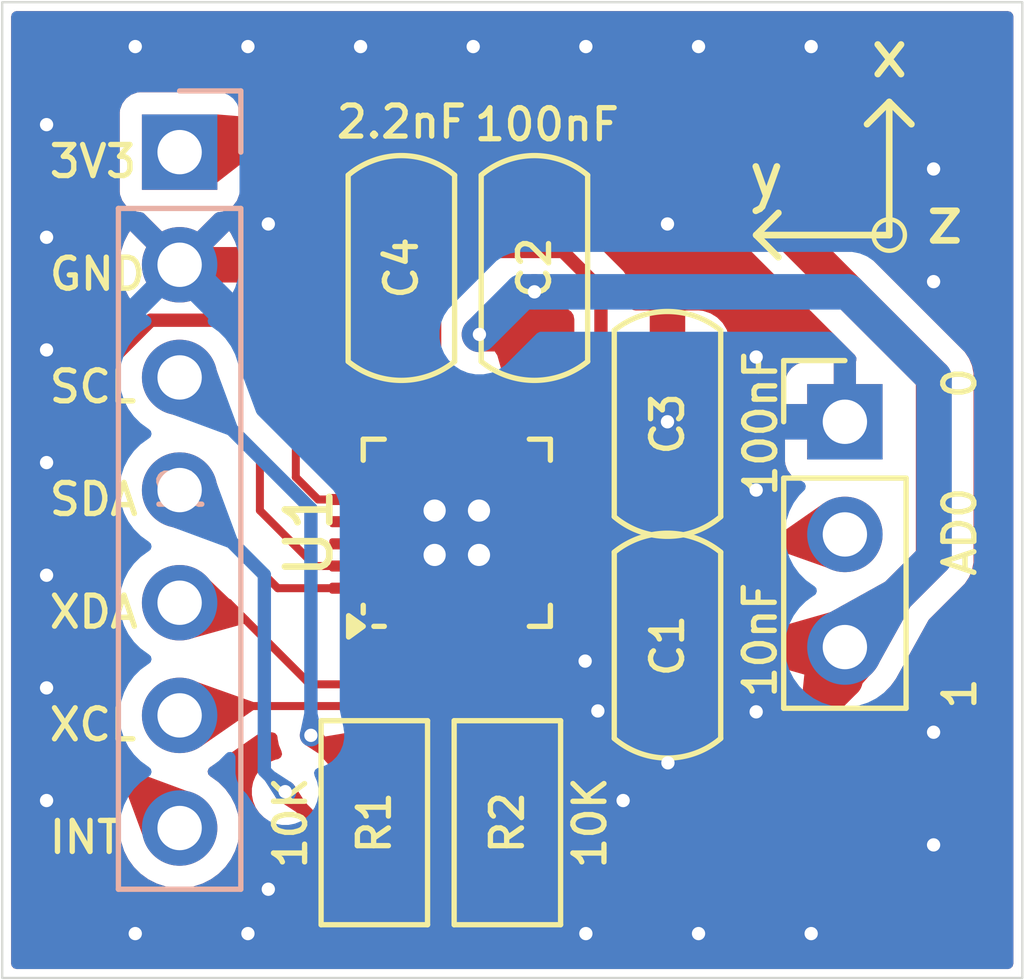
<source format=kicad_pcb>
(kicad_pcb (version 20241229) (generator "pcbnew") (generator_version "9.0")
  (layers (0 "F.Cu" signal) (2 "B.Cu" signal) (13 "F.Paste" user) (15 "B.Paste" user) (5 "F.SilkS" user "F.Silkscreen") (7 "B.SilkS" user "B.Silkscreen") (1 "F.Mask" user) (3 "B.Mask" user) (25 "Edge.Cuts" user))
  (net 0 "")
  (net 1 "GND")
  (net 2 "+3.3V")
  (net 3 "Net-(U1-REGOUT)")
  (net 4 "Net-(U1-CPOUT)")
  (net 9 "/INT")
  (net 14 "/AUX_CL")
  (net 17 "/AUX_DA")
  (net 19 "/IIC_AD0")
  (net 20 "/IIC_SCL")
  (net 21 "/IIC_SDA")
  (footprint "PCM_Capacitor_SMD_AKL:C_1206_3216Metric" (layer "F.Cu") (at 185 55.5 -90)
    (property "Reference" "C3" (at 0.007668 0 90) (layer "F.SilkS") (effects (font (size 0.7 0.7) (thickness 0.12))))
    (property "Value" "100nF" (at 0 -2.1 90) (layer "F.SilkS") (effects (font (size 0.7 0.7) (thickness 0.12))))
    (fp_line (start -2.1 1.2) (end 2.1 1.2) (stroke (width 0.12)) (layer "F.SilkS"))
    (fp_line (start 2.1 -1.2) (end -2.1 -1.2) (stroke (width 0.12)) (layer "F.SilkS"))
    (fp_arc (start -2.1 1.2) (mid -2.526625 0) (end -2.1 -1.2) (stroke (width 0.12)) (layer "F.SilkS"))
    (fp_arc (start 2.1 -1.2) (mid 2.541962 0) (end 2.1 1.2) (stroke (width 0.12)) (layer "F.SilkS"))
    (pad "1" smd roundrect (at -1.475 0 270) (size 1.15 1.8) (layers "F.Cu" "F.Mask" "F.Paste") (roundrect_rratio 0.217391) (net 1 "GND"))
    (pad "2" smd roundrect (at 1.475 0 270) (size 1.15 1.8) (layers "F.Cu" "F.Mask" "F.Paste") (roundrect_rratio 0.217391) (net 3 "Net-(U1-REGOUT)"))
  )
  (footprint "Connector_PinHeader_2.54mm:PinHeader_1x03_P2.54mm_Vertical" (layer "F.Cu") (at 189 55.46)
    (property "Reference" "J1" (hide yes))
    (property "Value" "Conn_01x03" (hide yes))
    (fp_line (start -1.38 -1.38) (end 0 -1.38) (stroke (width 0.12)) (layer "F.SilkS"))
    (fp_line (start -1.38 0) (end -1.38 -1.38) (stroke (width 0.12)) (layer "F.SilkS"))
    (fp_line (start -1.38 1.27) (end -1.38 6.46) (stroke (width 0.12)) (layer "F.SilkS"))
    (fp_line (start -1.38 1.27) (end 1.38 1.27) (stroke (width 0.12)) (layer "F.SilkS"))
    (fp_line (start -1.38 6.46) (end 1.38 6.46) (stroke (width 0.12)) (layer "F.SilkS"))
    (fp_line (start 1.38 1.27) (end 1.38 6.46) (stroke (width 0.12)) (layer "F.SilkS"))
    (pad "1" thru_hole rect (at 0 0) (size 1.7 1.7) (drill 1) (layers "*.Cu" "*.Mask") (net 1 "GND"))
    (pad "2" thru_hole circle (at 0 2.54) (size 1.7 1.7) (drill 1) (layers "*.Cu" "*.Mask") (net 19 "/IIC_AD0"))
    (pad "3" thru_hole circle (at 0 5.08) (size 1.7 1.7) (drill 1) (layers "*.Cu" "*.Mask") (net 2 "+3.3V"))
  )
  (footprint "PCM_Resistor_SMD_AKL:R_1206_3216Metric" (layer "F.Cu") (at 181.39 64.5 90)
    (property "Reference" "R2" (at 0 0 90) (layer "F.SilkS") (effects (font (size 0.7 0.7) (thickness 0.12))))
    (property "Value" "10K" (at 0 1.86 270) (layer "F.SilkS") (effects (font (size 0.7 0.7) (thickness 0.12))))
    (fp_line (start 2.3 -1.2) (end -2.3 -1.2) (stroke (width 0.12)) (layer "F.SilkS"))
    (fp_line (start -2.3 -1.2) (end -2.3 1.2) (stroke (width 0.12)) (layer "F.SilkS"))
    (fp_line (start 2.3 1.2) (end 2.3 -1.2) (stroke (width 0.12)) (layer "F.SilkS"))
    (fp_line (start -2.3 1.2) (end 2.3 1.2) (stroke (width 0.12)) (layer "F.SilkS"))
    (pad "1" smd roundrect (at -1.4625 0 90) (size 1.125 1.75) (layers "F.Cu" "F.Mask" "F.Paste") (roundrect_rratio 0.222222) (net 2 "+3.3V"))
    (pad "2" smd roundrect (at 1.4625 0 90) (size 1.125 1.75) (layers "F.Cu" "F.Mask" "F.Paste") (roundrect_rratio 0.222222) (net 21 "/IIC_SDA"))
  )
  (footprint "PCM_Capacitor_SMD_AKL:C_1206_3216Metric" (layer "F.Cu") (at 179 52 90)
    (property "Reference" "C4" (at 0.007668 0 90) (layer "F.SilkS") (effects (font (size 0.7 0.7) (thickness 0.12))))
    (property "Value" "2.2nF" (at 3.3 0 180) (layer "F.SilkS") (effects (font (size 0.7 0.7) (thickness 0.12))))
    (fp_line (start 2.1 -1.2) (end -2.1 -1.2) (stroke (width 0.12)) (layer "F.SilkS"))
    (fp_line (start -2.1 1.2) (end 2.1 1.2) (stroke (width 0.12)) (layer "F.SilkS"))
    (fp_arc (start 2.1 -1.2) (mid 2.541962 0) (end 2.1 1.2) (stroke (width 0.12)) (layer "F.SilkS"))
    (fp_arc (start -2.1 1.2) (mid -2.526625 0) (end -2.1 -1.2) (stroke (width 0.12)) (layer "F.SilkS"))
    (pad "1" smd roundrect (at -1.475 0 90) (size 1.15 1.8) (layers "F.Cu" "F.Mask" "F.Paste") (roundrect_rratio 0.217391) (net 4 "Net-(U1-CPOUT)"))
    (pad "2" smd roundrect (at 1.475 0 90) (size 1.15 1.8) (layers "F.Cu" "F.Mask" "F.Paste") (roundrect_rratio 0.217391) (net 1 "GND"))
  )
  (footprint "PCM_Capacitor_SMD_AKL:C_1206_3216Metric" (layer "F.Cu") (at 182 52 90)
    (property "Reference" "C2" (at 0.007668 0 270) (layer "F.SilkS") (effects (font (size 0.7 0.7) (thickness 0.12))))
    (property "Value" "100nF" (at 3.24 0.28 180) (layer "F.SilkS") (effects (font (size 0.7 0.7) (thickness 0.12))))
    (fp_line (start 2.1 -1.2) (end -2.1 -1.2) (stroke (width 0.12)) (layer "F.SilkS"))
    (fp_line (start -2.1 1.2) (end 2.1 1.2) (stroke (width 0.12)) (layer "F.SilkS"))
    (fp_arc (start 2.1 -1.2) (mid 2.541962 0) (end 2.1 1.2) (stroke (width 0.12)) (layer "F.SilkS"))
    (fp_arc (start -2.1 1.2) (mid -2.526625 0) (end -2.1 -1.2) (stroke (width 0.12)) (layer "F.SilkS"))
    (pad "1" smd roundrect (at -1.475 0 90) (size 1.15 1.8) (layers "F.Cu" "F.Mask" "F.Paste") (roundrect_rratio 0.217391) (net 2 "+3.3V"))
    (pad "2" smd roundrect (at 1.475 0 90) (size 1.15 1.8) (layers "F.Cu" "F.Mask" "F.Paste") (roundrect_rratio 0.217391) (net 1 "GND"))
  )
  (footprint "PCM_Resistor_SMD_AKL:R_1206_3216Metric" (layer "F.Cu") (at 178.39 64.5 90)
    (property "Reference" "R1" (at 0 0 90) (layer "F.SilkS") (effects (font (size 0.7 0.7) (thickness 0.12))))
    (property "Value" "10K" (at 0 -1.89 90) (layer "F.SilkS") (effects (font (size 0.7 0.7) (thickness 0.12))))
    (fp_line (start 2.3 -1.2) (end -2.3 -1.2) (stroke (width 0.12)) (layer "F.SilkS"))
    (fp_line (start -2.3 -1.2) (end -2.3 1.2) (stroke (width 0.12)) (layer "F.SilkS"))
    (fp_line (start 2.3 1.2) (end 2.3 -1.2) (stroke (width 0.12)) (layer "F.SilkS"))
    (fp_line (start -2.3 1.2) (end 2.3 1.2) (stroke (width 0.12)) (layer "F.SilkS"))
    (pad "1" smd roundrect (at -1.4625 0 90) (size 1.125 1.75) (layers "F.Cu" "F.Mask" "F.Paste") (roundrect_rratio 0.222222) (net 2 "+3.3V"))
    (pad "2" smd roundrect (at 1.4625 0 90) (size 1.125 1.75) (layers "F.Cu" "F.Mask" "F.Paste") (roundrect_rratio 0.222222) (net 20 "/IIC_SCL"))
  )
  (footprint "Library:QFN-24-1EP_4x4mm_P0.5mm_EP2.7x2.7mm_ThermalVias" (layer "F.Cu") (at 180.25 57.9625 90)
    (property "Reference" "U1" (at 0 -3.33 90) (layer "F.SilkS"))
    (property "Value" "MPU-6050")
    (fp_line (start 2.11 -2.11) (end 2.11 -1.635) (stroke (width 0.12)) (layer "F.SilkS"))
    (fp_line (start 1.635 -2.11) (end 2.11 -2.11) (stroke (width 0.12)) (layer "F.SilkS"))
    (fp_line (start -1.635 -2.11) (end -1.81 -2.11) (stroke (width 0.12)) (layer "F.SilkS"))
    (fp_line (start -2.11 -1.635) (end -2.11 -1.87) (stroke (width 0.12)) (layer "F.SilkS"))
    (fp_line (start 2.11 2.11) (end 2.11 1.635) (stroke (width 0.12)) (layer "F.SilkS"))
    (fp_line (start 1.635 2.11) (end 2.11 2.11) (stroke (width 0.12)) (layer "F.SilkS"))
    (fp_line (start -1.635 2.11) (end -2.11 2.11) (stroke (width 0.12)) (layer "F.SilkS"))
    (fp_line (start -2.11 2.11) (end -2.11 1.635) (stroke (width 0.12)) (layer "F.SilkS"))
    (fp_poly (pts (xy -2.11 -2.11) (xy -2.35 -2.44) (xy -1.87 -2.44)) (stroke (width 0.12)) (fill yes) (layer "F.SilkS"))
    (pad "1" smd roundrect (at -2.2125 -1.25 90) (size 1.325 0.25) (layers "F.Cu" "F.Mask" "F.Paste") (net 1 "GND"))
    (pad "2" smd roundrect (at -2.2125 -0.75 90) (size 1.325 0.25) (layers "F.Cu" "F.Mask" "F.Paste"))
    (pad "3" smd roundrect (at -2.2125 -0.25 90) (size 1.325 0.25) (layers "F.Cu" "F.Mask" "F.Paste"))
    (pad "4" smd roundrect (at -2.2125 0.25 90) (size 1.325 0.25) (layers "F.Cu" "F.Mask" "F.Paste"))
    (pad "5" smd roundrect (at -2.2125 0.75 90) (size 1.325 0.25) (layers "F.Cu" "F.Mask" "F.Paste"))
    (pad "6" smd roundrect (at -2.2125 1.25 90) (size 1.325 0.25) (layers "F.Cu" "F.Mask" "F.Paste") (net 17 "/AUX_DA"))
    (pad "7" smd roundrect (at -1.25 2.2125 90) (size 0.25 1.325) (layers "F.Cu" "F.Mask" "F.Paste") (net 14 "/AUX_CL"))
    (pad "8" smd roundrect (at -0.75 2.2125 90) (size 0.25 1.325) (layers "F.Cu" "F.Mask" "F.Paste") (net 2 "+3.3V"))
    (pad "9" smd roundrect (at -0.25 2.2125 90) (size 0.25 1.325) (layers "F.Cu" "F.Mask" "F.Paste") (net 19 "/IIC_AD0"))
    (pad "10" smd roundrect (at 0.25 2.2125 90) (size 0.25 1.325) (layers "F.Cu" "F.Mask" "F.Paste") (net 3 "Net-(U1-REGOUT)"))
    (pad "11" smd roundrect (at 0.75 2.2125 90) (size 0.25 1.325) (layers "F.Cu" "F.Mask" "F.Paste") (net 1 "GND"))
    (pad "12" smd roundrect (at 1.25 2.2125 90) (size 0.25 1.325) (layers "F.Cu" "F.Mask" "F.Paste") (net 9 "/INT"))
    (pad "13" smd roundrect (at 2.2125 1.25 90) (size 1.325 0.25) (layers "F.Cu" "F.Mask" "F.Paste") (net 2 "+3.3V"))
    (pad "14" smd roundrect (at 2.2125 0.75 90) (size 1.325 0.25) (layers "F.Cu" "F.Mask" "F.Paste"))
    (pad "15" smd roundrect (at 2.2125 0.25 90) (size 1.325 0.25) (layers "F.Cu" "F.Mask" "F.Paste"))
    (pad "16" smd roundrect (at 2.2125 -0.25 90) (size 1.325 0.25) (layers "F.Cu" "F.Mask" "F.Paste"))
    (pad "17" smd roundrect (at 2.2125 -0.75 90) (size 1.325 0.25) (layers "F.Cu" "F.Mask" "F.Paste"))
    (pad "18" smd roundrect (at 2.2125 -1.25 90) (size 1.325 0.25) (layers "F.Cu" "F.Mask" "F.Paste") (net 1 "GND"))
    (pad "19" smd roundrect (at 1.25 -2.2125 90) (size 0.25 1.325) (layers "F.Cu" "F.Mask" "F.Paste"))
    (pad "20" smd roundrect (at 0.75 -2.2125 90) (size 0.25 1.325) (layers "F.Cu" "F.Mask" "F.Paste") (net 4 "Net-(U1-CPOUT)"))
    (pad "21" smd roundrect (at 0.25 -2.2125 90) (size 0.25 1.325) (layers "F.Cu" "F.Mask" "F.Paste"))
    (pad "22" smd roundrect (at -0.25 -2.2125 90) (size 0.25 1.325) (layers "F.Cu" "F.Mask" "F.Paste"))
    (pad "23" smd roundrect (at -0.75 -2.2125 90) (size 0.25 1.325) (layers "F.Cu" "F.Mask" "F.Paste") (net 20 "/IIC_SCL"))
    (pad "24" smd roundrect (at -1.25 -2.2125 90) (size 0.25 1.325) (layers "F.Cu" "F.Mask" "F.Paste") (net 21 "/IIC_SDA"))
    (pad "25" thru_hole circle (at -0.5 -0.5 90) (size 0.8 0.8) (drill 0.5) (property pad_prop_heatsink) (layers "*.Cu") (net 1 "GND"))
    (pad "25" thru_hole circle (at -0.5 0.5 90) (size 0.8 0.8) (drill 0.5) (property pad_prop_heatsink) (layers "*.Cu") (net 1 "GND"))
    (pad "25" smd rect (at 0 0 90) (size 2.7 2.7) (property pad_prop_heatsink) (layers "F.Cu" "F.Mask") (net 1 "GND"))
    (pad "25" smd rect (at 0 0 90) (size 2.7 2.7) (property pad_prop_heatsink) (layers "B.Cu") (net 1 "GND"))
    (pad "25" thru_hole circle (at 0.5 -0.5 90) (size 0.8 0.8) (drill 0.5) (property pad_prop_heatsink) (layers "*.Cu") (net 1 "GND"))
    (pad "25" thru_hole circle (at 0.5 0.5 90) (size 0.8 0.8) (drill 0.5) (property pad_prop_heatsink) (layers "*.Cu") (net 1 "GND"))
  )
  (footprint "PCM_Capacitor_SMD_AKL:C_1206_3216Metric" (layer "F.Cu") (at 185 60.5 -90)
    (property "Reference" "C1" (at 0.007668 0 270) (layer "F.SilkS") (effects (font (size 0.7 0.7) (thickness 0.12))))
    (property "Value" "10nF" (at -0.12 -2.09 90) (layer "F.SilkS") (effects (font (size 0.7 0.7) (thickness 0.12))))
    (fp_line (start -2.1 1.2) (end 2.1 1.2) (stroke (width 0.12)) (layer "F.SilkS"))
    (fp_line (start 2.1 -1.2) (end -2.1 -1.2) (stroke (width 0.12)) (layer "F.SilkS"))
    (fp_arc (start -2.1 1.2) (mid -2.526625 0) (end -2.1 -1.2) (stroke (width 0.12)) (layer "F.SilkS"))
    (fp_arc (start 2.1 -1.2) (mid 2.541962 0) (end 2.1 1.2) (stroke (width 0.12)) (layer "F.SilkS"))
    (pad "1" smd roundrect (at -1.475 0 270) (size 1.15 1.8) (layers "F.Cu" "F.Mask" "F.Paste") (roundrect_rratio 0.217391) (net 2 "+3.3V"))
    (pad "2" smd roundrect (at 1.475 0 270) (size 1.15 1.8) (layers "F.Cu" "F.Mask" "F.Paste") (roundrect_rratio 0.217391) (net 1 "GND"))
  )
  (footprint "Connector_PinHeader_2.54mm:PinHeader_1x07_P2.54mm_Vertical" (layer "B.Cu") (at 174 49.38 180)
    (property "Reference" "J2" (at 0 -7.62 0) (layer "B.SilkS") (effects (font (size 0.7 0.7) (thickness 0.12)) (justify mirror)))
    (property "Value" "Conn_01x07" (hide yes))
    (fp_line (start 1.38 -1.27) (end 1.38 -16.62) (stroke (width 0.12)) (layer "B.SilkS"))
    (fp_line (start -1.38 1.38) (end 0 1.38) (stroke (width 0.12)) (layer "B.SilkS"))
    (fp_line (start -1.38 0) (end -1.38 1.38) (stroke (width 0.12)) (layer "B.SilkS"))
    (fp_line (start -1.38 -1.27) (end 1.38 -1.27) (stroke (width 0.12)) (layer "B.SilkS"))
    (fp_line (start -1.38 -1.27) (end -1.38 -16.62) (stroke (width 0.12)) (layer "B.SilkS"))
    (fp_line (start -1.38 -16.62) (end 1.38 -16.62) (stroke (width 0.12)) (layer "B.SilkS"))
    (pad "1" thru_hole rect (at 0 0 180) (size 1.7 1.7) (drill 1) (layers "*.Cu" "*.Mask") (net 2 "+3.3V"))
    (pad "2" thru_hole circle (at 0 -2.54 180) (size 1.7 1.7) (drill 1) (layers "*.Cu" "*.Mask") (net 1 "GND"))
    (pad "3" thru_hole circle (at 0 -5.08 180) (size 1.7 1.7) (drill 1) (layers "*.Cu" "*.Mask") (net 20 "/IIC_SCL"))
    (pad "4" thru_hole circle (at 0 -7.62 180) (size 1.7 1.7) (drill 1) (layers "*.Cu" "*.Mask") (net 21 "/IIC_SDA"))
    (pad "5" thru_hole circle (at 0 -10.16 180) (size 1.7 1.7) (drill 1) (layers "*.Cu" "*.Mask") (net 17 "/AUX_DA"))
    (pad "6" thru_hole circle (at 0 -12.7 180) (size 1.7 1.7) (drill 1) (layers "*.Cu" "*.Mask") (net 14 "/AUX_CL"))
    (pad "7" thru_hole circle (at 0 -15.24 180) (size 1.7 1.7) (drill 1) (layers "*.Cu" "*.Mask") (net 9 "/INT"))
  )
  (gr_rect (start 178 55) (end 183 60) (stroke (width 0.2)) (fill yes) (layer "B.Cu") (net 1))
  (gr_circle (center 190 51.25) (end 190.25 51.5) (stroke (width 0.1)) (fill no) (layer "F.SilkS"))
  (gr_line (start 190 51.25) (end 187 51.25) (stroke (width 0.15)) (layer "F.SilkS"))
  (gr_line (start 190 48.25) (end 189.5 48.75) (stroke (width 0.15)) (layer "F.SilkS"))
  (gr_line (start 187 51.25) (end 187.5 50.75) (stroke (width 0.15)) (layer "F.SilkS"))
  (gr_line (start 187 51.25) (end 187.5 51.75) (stroke (width 0.15)) (layer "F.SilkS"))
  (gr_line (start 190 48.25) (end 190.5 48.75) (stroke (width 0.15)) (layer "F.SilkS"))
  (gr_line (start 190 51.25) (end 190 48.25) (stroke (width 0.15)) (layer "F.SilkS"))
  (gr_rect (start 170 46) (end 193 68) (stroke (width 0.05)) (fill no) (layer "Edge.Cuts"))
  (gr_text "1" (at 192 62 90) (layer "F.SilkS") (effects (font (size 0.7 0.7) (thickness 0.12) (bold yes)) (justify left bottom)))
  (gr_text "z" (at 190.75 51.5 0) (layer "F.SilkS") (effects (font (size 1 1)) (justify left bottom)))
  (gr_text "XDA" (at 171 60.16 0) (layer "F.SilkS") (effects (font (size 0.7 0.7) (thickness 0.12) (bold yes)) (justify left bottom)))
  (gr_text "x" (at 189.5 47.75 0) (layer "F.SilkS") (effects (font (size 1 1)) (justify left bottom)))
  (gr_text "SDA" (at 171 57.62 0) (layer "F.SilkS") (effects (font (size 0.7 0.7) (thickness 0.12) (bold yes)) (justify left bottom)))
  (gr_text "0" (at 192 55 90) (layer "F.SilkS") (effects (font (size 0.7 0.7) (thickness 0.12) (bold yes)) (justify left bottom)))
  (gr_text "GND\n" (at 171 52.54 0) (layer "F.SilkS") (effects (font (size 0.7 0.7) (thickness 0.12) (bold yes)) (justify left bottom)))
  (gr_text "AD0\n" (at 192 59 90) (layer "F.SilkS") (effects (font (size 0.7 0.7) (thickness 0.12) (bold yes)) (justify left bottom)))
  (gr_text "y" (at 186.75 50.5 0) (layer "F.SilkS") (effects (font (size 1 1)) (justify left bottom)))
  (gr_text "SCL\n" (at 171 55.08 0) (layer "F.SilkS") (effects (font (size 0.7 0.7) (thickness 0.12) (bold yes)) (justify left bottom)))
  (gr_text "XCL" (at 171 62.7 0) (layer "F.SilkS") (effects (font (size 0.7 0.7) (thickness 0.12) (bold yes)) (justify left bottom)))
  (gr_text "3V3" (at 171 50 0) (layer "F.SilkS") (effects (font (size 0.7 0.7) (thickness 0.12) (bold yes)) (justify left bottom)))
  (gr_text "INT" (at 171 65.24 0) (layer "F.SilkS") (effects (font (size 0.7 0.7) (thickness 0.12) (bold yes)) (justify left bottom)))
  (segment (start 189 55.46) (end 186.435 55.46) (width 0.8) (layer "F.Cu") (net 1))
  (segment (start 183.525 50.525) (end 182 50.525) (width 0.8) (layer "F.Cu") (net 1))
  (segment (start 182.4625 57.2125) (end 183.21151 57.2125) (width 0.18) (layer "F.Cu") (net 1))
  (segment (start 183.21151 57.2125) (end 183.48 56.94401) (width 0.18) (layer "F.Cu") (net 1))
  (segment (start 183.435 61.975) (end 183.43 61.98) (width 0.8) (layer "F.Cu") (net 1))
  (segment (start 177.475 50.525) (end 179 50.525) (width 0.8) (layer "F.Cu") (net 1))
  (segment (start 179 56.7125) (end 179.15 56.8625) (width 0.25) (layer "F.Cu") (net 1))
  (segment (start 176.08 51.92) (end 177.475 50.525) (width 0.8) (layer "F.Cu") (net 1))
  (segment (start 183.48 55.545) (end 185 54.025) (width 0.5) (layer "F.Cu") (net 1))
  (segment (start 185 61.975) (end 185 63.14) (width 0.8) (layer "F.Cu") (net 1))
  (segment (start 185 54.025) (end 185 52) (width 0.8) (layer "F.Cu") (net 1))
  (segment (start 185 52) (end 183.525 50.525) (width 0.8) (layer "F.Cu") (net 1))
  (segment (start 182 50.525) (end 179 50.525) (width 0.8) (layer "F.Cu") (net 1))
  (segment (start 179 59.2125) (end 180.25 57.9625) (width 0.25) (layer "F.Cu") (net 1))
  (segment (start 185 63.14) (end 185.01 63.15) (width 0.8) (layer "F.Cu") (net 1))
  (segment (start 185 61.975) (end 183.435 61.975) (width 0.8) (layer "F.Cu") (net 1))
  (segment (start 179.69375 57.40625) (end 180.25 57.9625) (width 0.18) (layer "F.Cu") (net 1))
  (segment (start 174 51.92) (end 176.08 51.92) (width 0.8) (layer "F.Cu") (net 1))
  (segment (start 180.25 57.9625) (end 181 57.2125) (width 0.18) (layer "F.Cu") (net 1))
  (segment (start 179 56) (end 179 56.7125) (width 0.25) (layer "F.Cu") (net 1))
  (segment (start 179 56.7125) (end 179.69375 57.40625) (width 0.18) (layer "F.Cu") (net 1))
  (segment (start 183.48 56.94401) (end 183.48 55.545) (width 0.3) (layer "F.Cu") (net 1))
  (segment (start 179 59.925) (end 179 59.2125) (width 0.25) (layer "F.Cu") (net 1))
  (segment (start 186.435 55.46) (end 185 54.025) (width 0.8) (layer "F.Cu") (net 1))
  (segment (start 181 57.2125) (end 182.4625 57.2125) (width 0.18) (layer "F.Cu") (net 1))
  (via (at 176 51) (size 0.5) (drill 0.3) (layers "F.Cu" "B.Cu") (net 1))
  (via (at 176 66) (size 0.5) (drill 0.3) (layers "F.Cu" "B.Cu") (net 1))
  (via (at 183.16 67) (size 0.5) (drill 0.3) (layers "F.Cu" "B.Cu") (net 1))
  (via (at 171 56.38) (size 0.5) (drill 0.3) (layers "F.Cu" "B.Cu") (net 1))
  (via (at 171 64) (size 0.5) (drill 0.3) (layers "F.Cu" "B.Cu") (net 1))
  (via (at 180.62 47) (size 0.5) (drill 0.3) (layers "F.Cu" "B.Cu") (net 1))
  (via (at 188.24 67) (size 0.5) (drill 0.3) (layers "F.Cu" "B.Cu") (net 1))
  (via (at 185 55.46) (size 0.5) (drill 0.3) (layers "F.Cu" "B.Cu") (net 1))
  (via (at 191 65) (size 0.5) (drill 0.3) (layers "F.Cu" "B.Cu") (net 1))
  (via (at 183.16 47) (size 0.5) (drill 0.3) (layers "F.Cu" "B.Cu") (net 1))
  (via (at 188.24 47) (size 0.5) (drill 0.3) (layers "F.Cu" "B.Cu") (net 1))
  (via (at 183.14375 60.85625) (size 0.5) (drill 0.3) (layers "F.Cu" "B.Cu") (net 1))
  (via (at 191 62.46) (size 0.5) (drill 0.3) (layers "F.Cu" "B.Cu") (net 1))
  (via (at 173 67) (size 0.5) (drill 0.3) (layers "F.Cu" "B.Cu") (net 1))
  (via (at 191 52.3) (size 0.5) (drill 0.3) (layers "F.Cu" "B.Cu") (net 1))
  (via (at 171 51.3) (size 0.5) (drill 0.3) (layers "F.Cu" "B.Cu") (net 1))
  (via (at 185.01 63.15) (size 0.5) (drill 0.3) (layers "F.Cu" "B.Cu") (net 1))
  (via (at 171 48.76) (size 0.5) (drill 0.3) (layers "F.Cu" "B.Cu") (net 1))
  (via (at 185.7 67) (size 0.5) (drill 0.3) (layers "F.Cu" "B.Cu") (net 1))
  (via (at 171 53.84) (size 0.5) (drill 0.3) (layers "F.Cu" "B.Cu") (net 1))
  (via (at 171 61.46) (size 0.5) (drill 0.3) (layers "F.Cu" "B.Cu") (net 1))
  (via (at 187 62) (size 0.5) (drill 0.3) (layers "F.Cu" "B.Cu") (net 1))
  (via (at 187 57) (size 0.5) (drill 0.3) (layers "F.Cu" "B.Cu") (net 1))
  (via (at 185 51) (size 0.5) (drill 0.3) (layers "F.Cu" "B.Cu") (net 1))
  (via (at 175.54 47) (size 0.5) (drill 0.3) (layers "F.Cu" "B.Cu") (net 1))
  (via (at 185.7 47) (size 0.5) (drill 0.3) (layers "F.Cu" "B.Cu") (net 1))
  (via (at 187 54) (size 0.5) (drill 0.3) (layers "F.Cu" "B.Cu") (net 1))
  (via (at 178.08 47) (size 0.5) (drill 0.3) (layers "F.Cu" "B.Cu") (net 1))
  (via (at 183.43 61.98) (size 0.5) (drill 0.3) (layers "F.Cu" "B.Cu") (net 1))
  (via (at 171 58.92) (size 0.5) (drill 0.3) (layers "F.Cu" "B.Cu") (net 1))
  (via (at 173 47) (size 0.5) (drill 0.3) (layers "F.Cu" "B.Cu") (net 1))
  (via (at 191 49.76) (size 0.5) (drill 0.3) (layers "F.Cu" "B.Cu") (net 1))
  (via (at 184 64) (size 0.5) (drill 0.3) (layers "F.Cu" "B.Cu") (net 1))
  (via (at 175.54 67) (size 0.5) (drill 0.3) (layers "F.Cu" "B.Cu") (net 1))
  (segment (start 183.43 61.1425) (end 183.14375 60.85625) (width 0.8) (layer "B.Cu") (net 1))
  (segment (start 182.7525 55.46) (end 180.25 57.9625) (width 0.8) (layer "B.Cu") (net 1))
  (segment (start 183.43 61.98) (end 183.43 61.1425) (width 0.8) (layer "B.Cu") (net 1))
  (segment (start 189 55.46) (end 185 55.46) (width 0.8) (layer "B.Cu") (net 1))
  (segment (start 184.6 63.15) (end 183.43 61.98) (width 0.8) (layer "B.Cu") (net 1))
  (segment (start 185.01 63.15) (end 184.6 63.15) (width 0.8) (layer "B.Cu") (net 1))
  (segment (start 174 51.92) (end 180.0425 57.9625) (width 0.8) (layer "B.Cu") (net 1))
  (segment (start 180.0425 57.9625) (end 180.25 57.9625) (width 0.8) (layer "B.Cu") (net 1))
  (segment (start 185 55.46) (end 182.7525 55.46) (width 0.8) (layer "B.Cu") (net 1))
  (segment (start 183.14375 60.85625) (end 180.25 57.9625) (width 0.8) (layer "B.Cu") (net 1))
  (segment (start 185.542 49) (end 174.38 49) (width 0.8) (layer "F.Cu") (net 2))
  (segment (start 184.325849 65.9625) (end 189 61.288349) (width 0.8) (layer "F.Cu") (net 2))
  (segment (start 181.5 56) (end 181.5 53.975) (width 0.3) (layer "F.Cu") (net 2))
  (segment (start 174.38 49) (end 174 49.38) (width 0.8) (layer "F.Cu") (net 2))
  (segment (start 189 60.54) (end 186.515 60.54) (width 0.8) (layer "F.Cu") (net 2))
  (segment (start 182 53.475) (end 182 52.53) (width 0.8) (layer "F.Cu") (net 2))
  (segment (start 191 58.54) (end 191 54.458) (width 0.8) (layer "F.Cu") (net 2))
  (segment (start 189 61.288349) (end 189 60.54) (width 0.8) (layer "F.Cu") (net 2))
  (segment (start 181.5 53.975) (end 182 53.475) (width 0.25) (layer "F.Cu") (net 2))
  (segment (start 181.39 65.9625) (end 184.325849 65.9625) (width 0.8) (layer "F.Cu") (net 2))
  (segment (start 189 60.54) (end 191 58.54) (width 0.8) (layer "F.Cu") (net 2))
  (segment (start 178.39 65.9625) (end 181.39 65.9625) (width 0.8) (layer "F.Cu") (net 2))
  (segment (start 186.515 60.54) (end 185 59.025) (width 0.8) (layer "F.Cu") (net 2))
  (segment (start 191 54.458) (end 185.542 49) (width 0.8) (layer "F.Cu") (net 2))
  (segment (start 182 53.475) (end 180.775 53.475) (width 0.8) (layer "F.Cu") (net 2))
  (segment (start 184.6875 58.7125) (end 185 59.025) (width 0.18) (layer "F.Cu") (net 2))
  (segment (start 180.775 53.475) (end 180.76 53.49) (width 0.8) (layer "F.Cu") (net 2))
  (segment (start 182.2125 58.7125) (end 184.6875 58.7125) (width 0.25) (layer "F.Cu") (net 2))
  (via (at 182 52.53) (size 0.5) (drill 0.3) (layers "F.Cu" "B.Cu") (net 2))
  (via (at 180.76 53.49) (size 0.5) (drill 0.3) (layers "F.Cu" "B.Cu") (net 2))
  (segment (start 182 52.53) (end 189.072 52.53) (width 0.8) (layer "B.Cu") (net 2))
  (segment (start 191.01 54.468) (end 191.01 58.53) (width 0.8) (layer "B.Cu") (net 2))
  (segment (start 181.72 52.53) (end 180.76 53.49) (width 0.8) (layer "B.Cu") (net 2))
  (segment (start 189.072 52.53) (end 191.01 54.468) (width 0.8) (layer "B.Cu") (net 2))
  (segment (start 191.01 58.53) (end 189 60.54) (width 0.8) (layer "B.Cu") (net 2))
  (segment (start 182 52.53) (end 181.72 52.53) (width 0.8) (layer "B.Cu") (net 2))
  (segment (start 182.2125 57.7125) (end 184.2625 57.7125) (width 0.25) (layer "F.Cu") (net 3))
  (segment (start 184.2625 57.7125) (end 185 56.975) (width 0.25) (layer "F.Cu") (net 3))
  (segment (start 177.1225 57.2125) (end 176.62 56.71) (width 0.18) (layer "F.Cu") (net 4))
  (segment (start 178.0375 57.2125) (end 177.1225 57.2125) (width 0.18) (layer "F.Cu") (net 4))
  (segment (start 176.62 55.855) (end 179 53.475) (width 0.18) (layer "F.Cu") (net 4))
  (segment (start 176.62 56.71) (end 176.62 55.855) (width 0.18) (layer "F.Cu") (net 4))
  (segment (start 176.61 53.17) (end 178.16 51.62) (width 0.3) (layer "F.Cu") (net 9))
  (segment (start 182.4625 55.3375) (end 183.5 54.3) (width 0.3) (layer "F.Cu") (net 9))
  (segment (start 182.64 51.62) (end 183.5 52.48) (width 0.3) (layer "F.Cu") (net 9))
  (segment (start 173.35 53.17) (end 176.61 53.17) (width 0.3) (layer "F.Cu") (net 9))
  (segment (start 174 64.62) (end 172.43 63.05) (width 0.3) (layer "F.Cu") (net 9))
  (segment (start 183.5 52.48) (end 183.5 54.3) (width 0.3) (layer "F.Cu") (net 9))
  (segment (start 178.16 51.62) (end 182.64 51.62) (width 0.3) (layer "F.Cu") (net 9))
  (segment (start 172.43 54.09) (end 173.35 53.17) (width 0.3) (layer "F.Cu") (net 9))
  (segment (start 172.43 63.05) (end 172.43 54.09) (width 0.3) (layer "F.Cu") (net 9))
  (segment (start 182.4625 56.7125) (end 182.4625 55.3375) (width 0.25) (layer "F.Cu") (net 9))
  (segment (start 174 62.08) (end 174.21 61.87) (width 0.18) (layer "F.Cu") (net 14))
  (segment (start 182.4625 61.2075) (end 182.4625 59.2125) (width 0.18) (layer "F.Cu") (net 14))
  (segment (start 174.21 61.87) (end 181.8 61.87) (width 0.18) (layer "F.Cu") (net 14))
  (segment (start 181.8 61.87) (end 182.4625 61.2075) (width 0.18) (layer "F.Cu") (net 14))
  (segment (start 181.5 61.12) (end 181.24 61.38) (width 0.18) (layer "F.Cu") (net 17))
  (segment (start 181.5 60.175) (end 181.5 61.12) (width 0.18) (layer "F.Cu") (net 17))
  (segment (start 175.1 59.54) (end 174 59.54) (width 0.18) (layer "F.Cu") (net 17))
  (segment (start 181.24 61.38) (end 176.94 61.38) (width 0.18) (layer "F.Cu") (net 17))
  (segment (start 176.94 61.38) (end 175.1 59.54) (width 0.18) (layer "F.Cu") (net 17))
  (segment (start 188.7875 58.2125) (end 189 58) (width 0.18) (layer "F.Cu") (net 19))
  (segment (start 182.2125 58.2125) (end 188.7875 58.2125) (width 0.18) (layer "F.Cu") (net 19))
  (segment (start 177.4675 63.0375) (end 176.96 62.53) (width 0.3) (layer "F.Cu") (net 20))
  (segment (start 177.0625 58.7125) (end 178.0375 58.7125) (width 0.18) (layer "F.Cu") (net 20))
  (segment (start 178.39 63.0375) (end 177.4675 63.0375) (width 0.3) (layer "F.Cu") (net 20))
  (segment (start 175.81 57.46) (end 177.0625 58.7125) (width 0.18) (layer "F.Cu") (net 20))
  (segment (start 174 54.46) (end 175.81 56.27) (width 0.18) (layer "F.Cu") (net 20))
  (segment (start 175.81 56.27) (end 175.81 57.46) (width 0.18) (layer "F.Cu") (net 20))
  (via (at 176.96 62.53) (size 0.5) (drill 0.3) (layers "F.Cu" "B.Cu") (net 20))
  (segment (start 176.96 57.42) (end 174 54.46) (width 0.3) (layer "B.Cu") (net 20))
  (segment (start 176.96 62.53) (end 176.96 57.42) (width 0.3) (layer "B.Cu") (net 20))
  (segment (start 181.39 63.0375) (end 179.8175 64.61) (width 0.3) (layer "F.Cu") (net 21))
  (segment (start 176.2125 59.2125) (end 174 57) (width 0.18) (layer "F.Cu") (net 21))
  (segment (start 177.19 64.61) (end 176.38 63.8) (width 0.3) (layer "F.Cu") (net 21))
  (segment (start 179.8175 64.61) (end 177.19 64.61) (width 0.3) (layer "F.Cu") (net 21))
  (segment (start 178.2875 59.2125) (end 176.2125 59.2125) (width 0.18) (layer "F.Cu") (net 21))
  (via (at 176.38 63.8) (size 0.5) (drill 0.3) (layers "F.Cu" "B.Cu") (net 21))
  (segment (start 175.91 63.33) (end 175.91 62.5) (width 0.3) (layer "B.Cu") (net 21))
  (segment (start 175.91 58.91) (end 174 57) (width 0.3) (layer "B.Cu") (net 21))
  (segment (start 175.91 62.5) (end 175.91 58.91) (width 0.3) (layer "B.Cu") (net 21))
  (segment (start 176.38 63.8) (end 175.91 63.33) (width 0.3) (layer "B.Cu") (net 21))
  (zone (net 1) (net_name "GND") (layers "F.Cu" "B.Cu") (name "GND") (priority 3) (connect_pads (clearance 0.5)) (min_thickness 0.25) (fill yes (thermal_gap 0.5) (thermal_bridge_width 0.5))
    (polygon (pts (xy 170 46) (xy 170 68) (xy 193 68) (xy 193 46)))
  )
)
</source>
